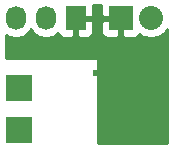
<source format=gbl>
%TF.GenerationSoftware,KiCad,Pcbnew,4.0.4+e1-6308~48~ubuntu16.04.1-stable*%
%TF.CreationDate,2016-10-26T09:32:56-07:00*%
%TF.ProjectId,AT42QT1012-TSHR,415434325154313031322D545348522E,rev?*%
%TF.FileFunction,Copper,L2,Bot,Signal*%
%FSLAX46Y46*%
G04 Gerber Fmt 4.6, Leading zero omitted, Abs format (unit mm)*
G04 Created by KiCad (PCBNEW 4.0.4+e1-6308~48~ubuntu16.04.1-stable) date Wed Oct 26 09:32:56 2016*
%MOMM*%
%LPD*%
G01*
G04 APERTURE LIST*
%ADD10C,0.050000*%
%ADD11R,2.032000X2.032000*%
%ADD12O,2.032000X2.032000*%
%ADD13R,2.235200X2.235200*%
%ADD14R,1.727200X2.032000*%
%ADD15O,1.727200X2.032000*%
%ADD16C,0.600000*%
%ADD17C,0.254000*%
G04 APERTURE END LIST*
D10*
D11*
X149110000Y-101100000D03*
D12*
X151650000Y-101100000D03*
D13*
X140500000Y-110500000D03*
X140500000Y-107000000D03*
D14*
X145300000Y-101100000D03*
D15*
X142760000Y-101100000D03*
X140220000Y-101100000D03*
D16*
X147050000Y-105675000D03*
X151750000Y-108950000D03*
D17*
G36*
X147459000Y-100814250D02*
X147617750Y-100973000D01*
X148983000Y-100973000D01*
X148983000Y-100953000D01*
X149237000Y-100953000D01*
X149237000Y-100973000D01*
X149257000Y-100973000D01*
X149257000Y-101227000D01*
X149237000Y-101227000D01*
X149237000Y-102592250D01*
X149395750Y-102751000D01*
X150252310Y-102751000D01*
X150485699Y-102654327D01*
X150664327Y-102475698D01*
X150681999Y-102433034D01*
X151018190Y-102657670D01*
X151650000Y-102783345D01*
X152281810Y-102657670D01*
X152817433Y-102299778D01*
X153040000Y-101966683D01*
X153040000Y-111640000D01*
X147177000Y-111640000D01*
X147177000Y-104550000D01*
X147166994Y-104500590D01*
X147138553Y-104458965D01*
X147096159Y-104431685D01*
X147050000Y-104423000D01*
X139360000Y-104423000D01*
X139360000Y-102477830D01*
X139646511Y-102669271D01*
X140220000Y-102783345D01*
X140793489Y-102669271D01*
X141279670Y-102344415D01*
X141490000Y-102029634D01*
X141700330Y-102344415D01*
X142186511Y-102669271D01*
X142760000Y-102783345D01*
X143333489Y-102669271D01*
X143819670Y-102344415D01*
X143834500Y-102322220D01*
X143898073Y-102475698D01*
X144076701Y-102654327D01*
X144310090Y-102751000D01*
X145014250Y-102751000D01*
X145173000Y-102592250D01*
X145173000Y-101227000D01*
X145427000Y-101227000D01*
X145427000Y-102592250D01*
X145585750Y-102751000D01*
X146289910Y-102751000D01*
X146523299Y-102654327D01*
X146701927Y-102475698D01*
X146798600Y-102242309D01*
X146798600Y-101385750D01*
X147459000Y-101385750D01*
X147459000Y-102242309D01*
X147555673Y-102475698D01*
X147734301Y-102654327D01*
X147967690Y-102751000D01*
X148824250Y-102751000D01*
X148983000Y-102592250D01*
X148983000Y-101227000D01*
X147617750Y-101227000D01*
X147459000Y-101385750D01*
X146798600Y-101385750D01*
X146639850Y-101227000D01*
X145427000Y-101227000D01*
X145173000Y-101227000D01*
X145153000Y-101227000D01*
X145153000Y-100973000D01*
X145173000Y-100973000D01*
X145173000Y-100953000D01*
X145427000Y-100953000D01*
X145427000Y-100973000D01*
X146639850Y-100973000D01*
X146798600Y-100814250D01*
X146798600Y-99960000D01*
X147459000Y-99960000D01*
X147459000Y-100814250D01*
X147459000Y-100814250D01*
G37*
X147459000Y-100814250D02*
X147617750Y-100973000D01*
X148983000Y-100973000D01*
X148983000Y-100953000D01*
X149237000Y-100953000D01*
X149237000Y-100973000D01*
X149257000Y-100973000D01*
X149257000Y-101227000D01*
X149237000Y-101227000D01*
X149237000Y-102592250D01*
X149395750Y-102751000D01*
X150252310Y-102751000D01*
X150485699Y-102654327D01*
X150664327Y-102475698D01*
X150681999Y-102433034D01*
X151018190Y-102657670D01*
X151650000Y-102783345D01*
X152281810Y-102657670D01*
X152817433Y-102299778D01*
X153040000Y-101966683D01*
X153040000Y-111640000D01*
X147177000Y-111640000D01*
X147177000Y-104550000D01*
X147166994Y-104500590D01*
X147138553Y-104458965D01*
X147096159Y-104431685D01*
X147050000Y-104423000D01*
X139360000Y-104423000D01*
X139360000Y-102477830D01*
X139646511Y-102669271D01*
X140220000Y-102783345D01*
X140793489Y-102669271D01*
X141279670Y-102344415D01*
X141490000Y-102029634D01*
X141700330Y-102344415D01*
X142186511Y-102669271D01*
X142760000Y-102783345D01*
X143333489Y-102669271D01*
X143819670Y-102344415D01*
X143834500Y-102322220D01*
X143898073Y-102475698D01*
X144076701Y-102654327D01*
X144310090Y-102751000D01*
X145014250Y-102751000D01*
X145173000Y-102592250D01*
X145173000Y-101227000D01*
X145427000Y-101227000D01*
X145427000Y-102592250D01*
X145585750Y-102751000D01*
X146289910Y-102751000D01*
X146523299Y-102654327D01*
X146701927Y-102475698D01*
X146798600Y-102242309D01*
X146798600Y-101385750D01*
X147459000Y-101385750D01*
X147459000Y-102242309D01*
X147555673Y-102475698D01*
X147734301Y-102654327D01*
X147967690Y-102751000D01*
X148824250Y-102751000D01*
X148983000Y-102592250D01*
X148983000Y-101227000D01*
X147617750Y-101227000D01*
X147459000Y-101385750D01*
X146798600Y-101385750D01*
X146639850Y-101227000D01*
X145427000Y-101227000D01*
X145173000Y-101227000D01*
X145153000Y-101227000D01*
X145153000Y-100973000D01*
X145173000Y-100973000D01*
X145173000Y-100953000D01*
X145427000Y-100953000D01*
X145427000Y-100973000D01*
X146639850Y-100973000D01*
X146798600Y-100814250D01*
X146798600Y-99960000D01*
X147459000Y-99960000D01*
X147459000Y-100814250D01*
M02*

</source>
